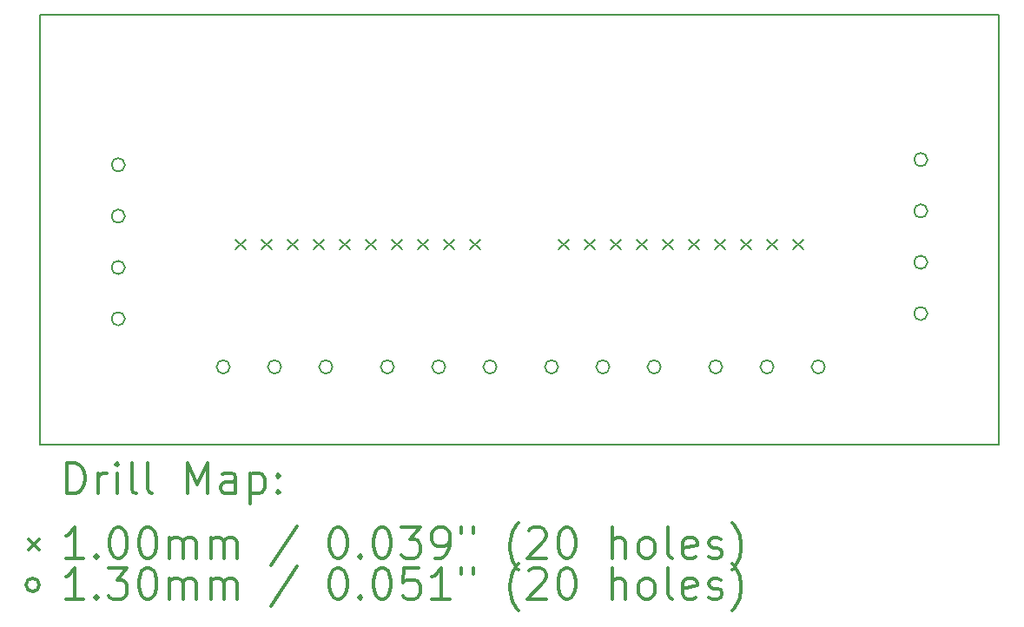
<source format=gbr>
%FSLAX45Y45*%
G04 Gerber Fmt 4.5, Leading zero omitted, Abs format (unit mm)*
G04 Created by KiCad (PCBNEW 4.0.6) date 08/18/17 12:25:05*
%MOMM*%
%LPD*%
G01*
G04 APERTURE LIST*
%ADD10C,0.127000*%
%ADD11C,0.150000*%
%ADD12C,0.200000*%
%ADD13C,0.300000*%
G04 APERTURE END LIST*
D10*
D11*
X13106400Y-6934200D02*
X13106400Y-11125200D01*
X22453600Y-6934200D02*
X13106400Y-6934200D01*
X22453600Y-11125200D02*
X22453600Y-6934200D01*
X13106400Y-11125200D02*
X22453600Y-11125200D01*
D12*
X15012162Y-9119362D02*
X15112238Y-9219438D01*
X15112238Y-9119362D02*
X15012162Y-9219438D01*
X15266162Y-9119362D02*
X15366238Y-9219438D01*
X15366238Y-9119362D02*
X15266162Y-9219438D01*
X15520162Y-9119362D02*
X15620238Y-9219438D01*
X15620238Y-9119362D02*
X15520162Y-9219438D01*
X15774162Y-9119362D02*
X15874238Y-9219438D01*
X15874238Y-9119362D02*
X15774162Y-9219438D01*
X16028162Y-9119362D02*
X16128238Y-9219438D01*
X16128238Y-9119362D02*
X16028162Y-9219438D01*
X16282162Y-9119362D02*
X16382238Y-9219438D01*
X16382238Y-9119362D02*
X16282162Y-9219438D01*
X16536162Y-9119362D02*
X16636238Y-9219438D01*
X16636238Y-9119362D02*
X16536162Y-9219438D01*
X16790162Y-9119362D02*
X16890238Y-9219438D01*
X16890238Y-9119362D02*
X16790162Y-9219438D01*
X17044162Y-9119362D02*
X17144238Y-9219438D01*
X17144238Y-9119362D02*
X17044162Y-9219438D01*
X17298162Y-9119362D02*
X17398238Y-9219438D01*
X17398238Y-9119362D02*
X17298162Y-9219438D01*
X18161762Y-9119362D02*
X18261838Y-9219438D01*
X18261838Y-9119362D02*
X18161762Y-9219438D01*
X18415762Y-9119362D02*
X18515838Y-9219438D01*
X18515838Y-9119362D02*
X18415762Y-9219438D01*
X18669762Y-9119362D02*
X18769838Y-9219438D01*
X18769838Y-9119362D02*
X18669762Y-9219438D01*
X18923762Y-9119362D02*
X19023838Y-9219438D01*
X19023838Y-9119362D02*
X18923762Y-9219438D01*
X19177762Y-9119362D02*
X19277838Y-9219438D01*
X19277838Y-9119362D02*
X19177762Y-9219438D01*
X19431762Y-9119362D02*
X19531838Y-9219438D01*
X19531838Y-9119362D02*
X19431762Y-9219438D01*
X19685762Y-9119362D02*
X19785838Y-9219438D01*
X19785838Y-9119362D02*
X19685762Y-9219438D01*
X19939762Y-9119362D02*
X20039838Y-9219438D01*
X20039838Y-9119362D02*
X19939762Y-9219438D01*
X20193762Y-9119362D02*
X20293838Y-9219438D01*
X20293838Y-9119362D02*
X20193762Y-9219438D01*
X20447762Y-9119362D02*
X20547838Y-9219438D01*
X20547838Y-9119362D02*
X20447762Y-9219438D01*
X13933400Y-8394000D02*
G75*
G03X13933400Y-8394000I-65000J0D01*
G01*
X13933400Y-8894000D02*
G75*
G03X13933400Y-8894000I-65000J0D01*
G01*
X13933400Y-9394000D02*
G75*
G03X13933400Y-9394000I-65000J0D01*
G01*
X13933400Y-9894000D02*
G75*
G03X13933400Y-9894000I-65000J0D01*
G01*
X14957400Y-10363200D02*
G75*
G03X14957400Y-10363200I-65000J0D01*
G01*
X15457400Y-10363200D02*
G75*
G03X15457400Y-10363200I-65000J0D01*
G01*
X15957400Y-10363200D02*
G75*
G03X15957400Y-10363200I-65000J0D01*
G01*
X16557600Y-10363200D02*
G75*
G03X16557600Y-10363200I-65000J0D01*
G01*
X17057600Y-10363200D02*
G75*
G03X17057600Y-10363200I-65000J0D01*
G01*
X17557600Y-10363200D02*
G75*
G03X17557600Y-10363200I-65000J0D01*
G01*
X18157800Y-10363200D02*
G75*
G03X18157800Y-10363200I-65000J0D01*
G01*
X18657800Y-10363200D02*
G75*
G03X18657800Y-10363200I-65000J0D01*
G01*
X19157800Y-10363200D02*
G75*
G03X19157800Y-10363200I-65000J0D01*
G01*
X19758000Y-10363200D02*
G75*
G03X19758000Y-10363200I-65000J0D01*
G01*
X20258000Y-10363200D02*
G75*
G03X20258000Y-10363200I-65000J0D01*
G01*
X20758000Y-10363200D02*
G75*
G03X20758000Y-10363200I-65000J0D01*
G01*
X21756600Y-8343200D02*
G75*
G03X21756600Y-8343200I-65000J0D01*
G01*
X21756600Y-8843200D02*
G75*
G03X21756600Y-8843200I-65000J0D01*
G01*
X21756600Y-9343200D02*
G75*
G03X21756600Y-9343200I-65000J0D01*
G01*
X21756600Y-9843200D02*
G75*
G03X21756600Y-9843200I-65000J0D01*
G01*
D13*
X13370328Y-11598414D02*
X13370328Y-11298414D01*
X13441757Y-11298414D01*
X13484614Y-11312700D01*
X13513186Y-11341271D01*
X13527471Y-11369843D01*
X13541757Y-11426986D01*
X13541757Y-11469843D01*
X13527471Y-11526986D01*
X13513186Y-11555557D01*
X13484614Y-11584129D01*
X13441757Y-11598414D01*
X13370328Y-11598414D01*
X13670328Y-11598414D02*
X13670328Y-11398414D01*
X13670328Y-11455557D02*
X13684614Y-11426986D01*
X13698900Y-11412700D01*
X13727471Y-11398414D01*
X13756043Y-11398414D01*
X13856043Y-11598414D02*
X13856043Y-11398414D01*
X13856043Y-11298414D02*
X13841757Y-11312700D01*
X13856043Y-11326986D01*
X13870328Y-11312700D01*
X13856043Y-11298414D01*
X13856043Y-11326986D01*
X14041757Y-11598414D02*
X14013186Y-11584129D01*
X13998900Y-11555557D01*
X13998900Y-11298414D01*
X14198900Y-11598414D02*
X14170328Y-11584129D01*
X14156043Y-11555557D01*
X14156043Y-11298414D01*
X14541757Y-11598414D02*
X14541757Y-11298414D01*
X14641757Y-11512700D01*
X14741757Y-11298414D01*
X14741757Y-11598414D01*
X15013186Y-11598414D02*
X15013186Y-11441271D01*
X14998900Y-11412700D01*
X14970328Y-11398414D01*
X14913186Y-11398414D01*
X14884614Y-11412700D01*
X15013186Y-11584129D02*
X14984614Y-11598414D01*
X14913186Y-11598414D01*
X14884614Y-11584129D01*
X14870328Y-11555557D01*
X14870328Y-11526986D01*
X14884614Y-11498414D01*
X14913186Y-11484129D01*
X14984614Y-11484129D01*
X15013186Y-11469843D01*
X15156043Y-11398414D02*
X15156043Y-11698414D01*
X15156043Y-11412700D02*
X15184614Y-11398414D01*
X15241757Y-11398414D01*
X15270328Y-11412700D01*
X15284614Y-11426986D01*
X15298900Y-11455557D01*
X15298900Y-11541271D01*
X15284614Y-11569843D01*
X15270328Y-11584129D01*
X15241757Y-11598414D01*
X15184614Y-11598414D01*
X15156043Y-11584129D01*
X15427471Y-11569843D02*
X15441757Y-11584129D01*
X15427471Y-11598414D01*
X15413186Y-11584129D01*
X15427471Y-11569843D01*
X15427471Y-11598414D01*
X15427471Y-11412700D02*
X15441757Y-11426986D01*
X15427471Y-11441271D01*
X15413186Y-11426986D01*
X15427471Y-11412700D01*
X15427471Y-11441271D01*
X12998824Y-12042662D02*
X13098900Y-12142738D01*
X13098900Y-12042662D02*
X12998824Y-12142738D01*
X13527471Y-12228414D02*
X13356043Y-12228414D01*
X13441757Y-12228414D02*
X13441757Y-11928414D01*
X13413186Y-11971271D01*
X13384614Y-11999843D01*
X13356043Y-12014129D01*
X13656043Y-12199843D02*
X13670328Y-12214129D01*
X13656043Y-12228414D01*
X13641757Y-12214129D01*
X13656043Y-12199843D01*
X13656043Y-12228414D01*
X13856043Y-11928414D02*
X13884614Y-11928414D01*
X13913186Y-11942700D01*
X13927471Y-11956986D01*
X13941757Y-11985557D01*
X13956043Y-12042700D01*
X13956043Y-12114129D01*
X13941757Y-12171271D01*
X13927471Y-12199843D01*
X13913186Y-12214129D01*
X13884614Y-12228414D01*
X13856043Y-12228414D01*
X13827471Y-12214129D01*
X13813186Y-12199843D01*
X13798900Y-12171271D01*
X13784614Y-12114129D01*
X13784614Y-12042700D01*
X13798900Y-11985557D01*
X13813186Y-11956986D01*
X13827471Y-11942700D01*
X13856043Y-11928414D01*
X14141757Y-11928414D02*
X14170328Y-11928414D01*
X14198900Y-11942700D01*
X14213186Y-11956986D01*
X14227471Y-11985557D01*
X14241757Y-12042700D01*
X14241757Y-12114129D01*
X14227471Y-12171271D01*
X14213186Y-12199843D01*
X14198900Y-12214129D01*
X14170328Y-12228414D01*
X14141757Y-12228414D01*
X14113186Y-12214129D01*
X14098900Y-12199843D01*
X14084614Y-12171271D01*
X14070328Y-12114129D01*
X14070328Y-12042700D01*
X14084614Y-11985557D01*
X14098900Y-11956986D01*
X14113186Y-11942700D01*
X14141757Y-11928414D01*
X14370328Y-12228414D02*
X14370328Y-12028414D01*
X14370328Y-12056986D02*
X14384614Y-12042700D01*
X14413186Y-12028414D01*
X14456043Y-12028414D01*
X14484614Y-12042700D01*
X14498900Y-12071271D01*
X14498900Y-12228414D01*
X14498900Y-12071271D02*
X14513186Y-12042700D01*
X14541757Y-12028414D01*
X14584614Y-12028414D01*
X14613186Y-12042700D01*
X14627471Y-12071271D01*
X14627471Y-12228414D01*
X14770328Y-12228414D02*
X14770328Y-12028414D01*
X14770328Y-12056986D02*
X14784614Y-12042700D01*
X14813186Y-12028414D01*
X14856043Y-12028414D01*
X14884614Y-12042700D01*
X14898900Y-12071271D01*
X14898900Y-12228414D01*
X14898900Y-12071271D02*
X14913186Y-12042700D01*
X14941757Y-12028414D01*
X14984614Y-12028414D01*
X15013186Y-12042700D01*
X15027471Y-12071271D01*
X15027471Y-12228414D01*
X15613186Y-11914129D02*
X15356043Y-12299843D01*
X15998900Y-11928414D02*
X16027471Y-11928414D01*
X16056043Y-11942700D01*
X16070328Y-11956986D01*
X16084614Y-11985557D01*
X16098900Y-12042700D01*
X16098900Y-12114129D01*
X16084614Y-12171271D01*
X16070328Y-12199843D01*
X16056043Y-12214129D01*
X16027471Y-12228414D01*
X15998900Y-12228414D01*
X15970328Y-12214129D01*
X15956043Y-12199843D01*
X15941757Y-12171271D01*
X15927471Y-12114129D01*
X15927471Y-12042700D01*
X15941757Y-11985557D01*
X15956043Y-11956986D01*
X15970328Y-11942700D01*
X15998900Y-11928414D01*
X16227471Y-12199843D02*
X16241757Y-12214129D01*
X16227471Y-12228414D01*
X16213186Y-12214129D01*
X16227471Y-12199843D01*
X16227471Y-12228414D01*
X16427471Y-11928414D02*
X16456043Y-11928414D01*
X16484614Y-11942700D01*
X16498900Y-11956986D01*
X16513185Y-11985557D01*
X16527471Y-12042700D01*
X16527471Y-12114129D01*
X16513185Y-12171271D01*
X16498900Y-12199843D01*
X16484614Y-12214129D01*
X16456043Y-12228414D01*
X16427471Y-12228414D01*
X16398900Y-12214129D01*
X16384614Y-12199843D01*
X16370328Y-12171271D01*
X16356043Y-12114129D01*
X16356043Y-12042700D01*
X16370328Y-11985557D01*
X16384614Y-11956986D01*
X16398900Y-11942700D01*
X16427471Y-11928414D01*
X16627471Y-11928414D02*
X16813186Y-11928414D01*
X16713185Y-12042700D01*
X16756043Y-12042700D01*
X16784614Y-12056986D01*
X16798900Y-12071271D01*
X16813186Y-12099843D01*
X16813186Y-12171271D01*
X16798900Y-12199843D01*
X16784614Y-12214129D01*
X16756043Y-12228414D01*
X16670328Y-12228414D01*
X16641757Y-12214129D01*
X16627471Y-12199843D01*
X16956043Y-12228414D02*
X17013186Y-12228414D01*
X17041757Y-12214129D01*
X17056043Y-12199843D01*
X17084614Y-12156986D01*
X17098900Y-12099843D01*
X17098900Y-11985557D01*
X17084614Y-11956986D01*
X17070328Y-11942700D01*
X17041757Y-11928414D01*
X16984614Y-11928414D01*
X16956043Y-11942700D01*
X16941757Y-11956986D01*
X16927471Y-11985557D01*
X16927471Y-12056986D01*
X16941757Y-12085557D01*
X16956043Y-12099843D01*
X16984614Y-12114129D01*
X17041757Y-12114129D01*
X17070328Y-12099843D01*
X17084614Y-12085557D01*
X17098900Y-12056986D01*
X17213186Y-11928414D02*
X17213186Y-11985557D01*
X17327471Y-11928414D02*
X17327471Y-11985557D01*
X17770328Y-12342700D02*
X17756043Y-12328414D01*
X17727471Y-12285557D01*
X17713186Y-12256986D01*
X17698900Y-12214129D01*
X17684614Y-12142700D01*
X17684614Y-12085557D01*
X17698900Y-12014129D01*
X17713186Y-11971271D01*
X17727471Y-11942700D01*
X17756043Y-11899843D01*
X17770328Y-11885557D01*
X17870328Y-11956986D02*
X17884614Y-11942700D01*
X17913186Y-11928414D01*
X17984614Y-11928414D01*
X18013186Y-11942700D01*
X18027471Y-11956986D01*
X18041757Y-11985557D01*
X18041757Y-12014129D01*
X18027471Y-12056986D01*
X17856043Y-12228414D01*
X18041757Y-12228414D01*
X18227471Y-11928414D02*
X18256043Y-11928414D01*
X18284614Y-11942700D01*
X18298900Y-11956986D01*
X18313186Y-11985557D01*
X18327471Y-12042700D01*
X18327471Y-12114129D01*
X18313186Y-12171271D01*
X18298900Y-12199843D01*
X18284614Y-12214129D01*
X18256043Y-12228414D01*
X18227471Y-12228414D01*
X18198900Y-12214129D01*
X18184614Y-12199843D01*
X18170328Y-12171271D01*
X18156043Y-12114129D01*
X18156043Y-12042700D01*
X18170328Y-11985557D01*
X18184614Y-11956986D01*
X18198900Y-11942700D01*
X18227471Y-11928414D01*
X18684614Y-12228414D02*
X18684614Y-11928414D01*
X18813186Y-12228414D02*
X18813186Y-12071271D01*
X18798900Y-12042700D01*
X18770328Y-12028414D01*
X18727471Y-12028414D01*
X18698900Y-12042700D01*
X18684614Y-12056986D01*
X18998900Y-12228414D02*
X18970328Y-12214129D01*
X18956043Y-12199843D01*
X18941757Y-12171271D01*
X18941757Y-12085557D01*
X18956043Y-12056986D01*
X18970328Y-12042700D01*
X18998900Y-12028414D01*
X19041757Y-12028414D01*
X19070328Y-12042700D01*
X19084614Y-12056986D01*
X19098900Y-12085557D01*
X19098900Y-12171271D01*
X19084614Y-12199843D01*
X19070328Y-12214129D01*
X19041757Y-12228414D01*
X18998900Y-12228414D01*
X19270328Y-12228414D02*
X19241757Y-12214129D01*
X19227471Y-12185557D01*
X19227471Y-11928414D01*
X19498900Y-12214129D02*
X19470329Y-12228414D01*
X19413186Y-12228414D01*
X19384614Y-12214129D01*
X19370329Y-12185557D01*
X19370329Y-12071271D01*
X19384614Y-12042700D01*
X19413186Y-12028414D01*
X19470329Y-12028414D01*
X19498900Y-12042700D01*
X19513186Y-12071271D01*
X19513186Y-12099843D01*
X19370329Y-12128414D01*
X19627471Y-12214129D02*
X19656043Y-12228414D01*
X19713186Y-12228414D01*
X19741757Y-12214129D01*
X19756043Y-12185557D01*
X19756043Y-12171271D01*
X19741757Y-12142700D01*
X19713186Y-12128414D01*
X19670329Y-12128414D01*
X19641757Y-12114129D01*
X19627471Y-12085557D01*
X19627471Y-12071271D01*
X19641757Y-12042700D01*
X19670329Y-12028414D01*
X19713186Y-12028414D01*
X19741757Y-12042700D01*
X19856043Y-12342700D02*
X19870329Y-12328414D01*
X19898900Y-12285557D01*
X19913186Y-12256986D01*
X19927471Y-12214129D01*
X19941757Y-12142700D01*
X19941757Y-12085557D01*
X19927471Y-12014129D01*
X19913186Y-11971271D01*
X19898900Y-11942700D01*
X19870329Y-11899843D01*
X19856043Y-11885557D01*
X13098900Y-12488700D02*
G75*
G03X13098900Y-12488700I-65000J0D01*
G01*
X13527471Y-12624414D02*
X13356043Y-12624414D01*
X13441757Y-12624414D02*
X13441757Y-12324414D01*
X13413186Y-12367271D01*
X13384614Y-12395843D01*
X13356043Y-12410129D01*
X13656043Y-12595843D02*
X13670328Y-12610129D01*
X13656043Y-12624414D01*
X13641757Y-12610129D01*
X13656043Y-12595843D01*
X13656043Y-12624414D01*
X13770328Y-12324414D02*
X13956043Y-12324414D01*
X13856043Y-12438700D01*
X13898900Y-12438700D01*
X13927471Y-12452986D01*
X13941757Y-12467271D01*
X13956043Y-12495843D01*
X13956043Y-12567271D01*
X13941757Y-12595843D01*
X13927471Y-12610129D01*
X13898900Y-12624414D01*
X13813186Y-12624414D01*
X13784614Y-12610129D01*
X13770328Y-12595843D01*
X14141757Y-12324414D02*
X14170328Y-12324414D01*
X14198900Y-12338700D01*
X14213186Y-12352986D01*
X14227471Y-12381557D01*
X14241757Y-12438700D01*
X14241757Y-12510129D01*
X14227471Y-12567271D01*
X14213186Y-12595843D01*
X14198900Y-12610129D01*
X14170328Y-12624414D01*
X14141757Y-12624414D01*
X14113186Y-12610129D01*
X14098900Y-12595843D01*
X14084614Y-12567271D01*
X14070328Y-12510129D01*
X14070328Y-12438700D01*
X14084614Y-12381557D01*
X14098900Y-12352986D01*
X14113186Y-12338700D01*
X14141757Y-12324414D01*
X14370328Y-12624414D02*
X14370328Y-12424414D01*
X14370328Y-12452986D02*
X14384614Y-12438700D01*
X14413186Y-12424414D01*
X14456043Y-12424414D01*
X14484614Y-12438700D01*
X14498900Y-12467271D01*
X14498900Y-12624414D01*
X14498900Y-12467271D02*
X14513186Y-12438700D01*
X14541757Y-12424414D01*
X14584614Y-12424414D01*
X14613186Y-12438700D01*
X14627471Y-12467271D01*
X14627471Y-12624414D01*
X14770328Y-12624414D02*
X14770328Y-12424414D01*
X14770328Y-12452986D02*
X14784614Y-12438700D01*
X14813186Y-12424414D01*
X14856043Y-12424414D01*
X14884614Y-12438700D01*
X14898900Y-12467271D01*
X14898900Y-12624414D01*
X14898900Y-12467271D02*
X14913186Y-12438700D01*
X14941757Y-12424414D01*
X14984614Y-12424414D01*
X15013186Y-12438700D01*
X15027471Y-12467271D01*
X15027471Y-12624414D01*
X15613186Y-12310129D02*
X15356043Y-12695843D01*
X15998900Y-12324414D02*
X16027471Y-12324414D01*
X16056043Y-12338700D01*
X16070328Y-12352986D01*
X16084614Y-12381557D01*
X16098900Y-12438700D01*
X16098900Y-12510129D01*
X16084614Y-12567271D01*
X16070328Y-12595843D01*
X16056043Y-12610129D01*
X16027471Y-12624414D01*
X15998900Y-12624414D01*
X15970328Y-12610129D01*
X15956043Y-12595843D01*
X15941757Y-12567271D01*
X15927471Y-12510129D01*
X15927471Y-12438700D01*
X15941757Y-12381557D01*
X15956043Y-12352986D01*
X15970328Y-12338700D01*
X15998900Y-12324414D01*
X16227471Y-12595843D02*
X16241757Y-12610129D01*
X16227471Y-12624414D01*
X16213186Y-12610129D01*
X16227471Y-12595843D01*
X16227471Y-12624414D01*
X16427471Y-12324414D02*
X16456043Y-12324414D01*
X16484614Y-12338700D01*
X16498900Y-12352986D01*
X16513185Y-12381557D01*
X16527471Y-12438700D01*
X16527471Y-12510129D01*
X16513185Y-12567271D01*
X16498900Y-12595843D01*
X16484614Y-12610129D01*
X16456043Y-12624414D01*
X16427471Y-12624414D01*
X16398900Y-12610129D01*
X16384614Y-12595843D01*
X16370328Y-12567271D01*
X16356043Y-12510129D01*
X16356043Y-12438700D01*
X16370328Y-12381557D01*
X16384614Y-12352986D01*
X16398900Y-12338700D01*
X16427471Y-12324414D01*
X16798900Y-12324414D02*
X16656043Y-12324414D01*
X16641757Y-12467271D01*
X16656043Y-12452986D01*
X16684614Y-12438700D01*
X16756043Y-12438700D01*
X16784614Y-12452986D01*
X16798900Y-12467271D01*
X16813186Y-12495843D01*
X16813186Y-12567271D01*
X16798900Y-12595843D01*
X16784614Y-12610129D01*
X16756043Y-12624414D01*
X16684614Y-12624414D01*
X16656043Y-12610129D01*
X16641757Y-12595843D01*
X17098900Y-12624414D02*
X16927471Y-12624414D01*
X17013186Y-12624414D02*
X17013186Y-12324414D01*
X16984614Y-12367271D01*
X16956043Y-12395843D01*
X16927471Y-12410129D01*
X17213186Y-12324414D02*
X17213186Y-12381557D01*
X17327471Y-12324414D02*
X17327471Y-12381557D01*
X17770328Y-12738700D02*
X17756043Y-12724414D01*
X17727471Y-12681557D01*
X17713186Y-12652986D01*
X17698900Y-12610129D01*
X17684614Y-12538700D01*
X17684614Y-12481557D01*
X17698900Y-12410129D01*
X17713186Y-12367271D01*
X17727471Y-12338700D01*
X17756043Y-12295843D01*
X17770328Y-12281557D01*
X17870328Y-12352986D02*
X17884614Y-12338700D01*
X17913186Y-12324414D01*
X17984614Y-12324414D01*
X18013186Y-12338700D01*
X18027471Y-12352986D01*
X18041757Y-12381557D01*
X18041757Y-12410129D01*
X18027471Y-12452986D01*
X17856043Y-12624414D01*
X18041757Y-12624414D01*
X18227471Y-12324414D02*
X18256043Y-12324414D01*
X18284614Y-12338700D01*
X18298900Y-12352986D01*
X18313186Y-12381557D01*
X18327471Y-12438700D01*
X18327471Y-12510129D01*
X18313186Y-12567271D01*
X18298900Y-12595843D01*
X18284614Y-12610129D01*
X18256043Y-12624414D01*
X18227471Y-12624414D01*
X18198900Y-12610129D01*
X18184614Y-12595843D01*
X18170328Y-12567271D01*
X18156043Y-12510129D01*
X18156043Y-12438700D01*
X18170328Y-12381557D01*
X18184614Y-12352986D01*
X18198900Y-12338700D01*
X18227471Y-12324414D01*
X18684614Y-12624414D02*
X18684614Y-12324414D01*
X18813186Y-12624414D02*
X18813186Y-12467271D01*
X18798900Y-12438700D01*
X18770328Y-12424414D01*
X18727471Y-12424414D01*
X18698900Y-12438700D01*
X18684614Y-12452986D01*
X18998900Y-12624414D02*
X18970328Y-12610129D01*
X18956043Y-12595843D01*
X18941757Y-12567271D01*
X18941757Y-12481557D01*
X18956043Y-12452986D01*
X18970328Y-12438700D01*
X18998900Y-12424414D01*
X19041757Y-12424414D01*
X19070328Y-12438700D01*
X19084614Y-12452986D01*
X19098900Y-12481557D01*
X19098900Y-12567271D01*
X19084614Y-12595843D01*
X19070328Y-12610129D01*
X19041757Y-12624414D01*
X18998900Y-12624414D01*
X19270328Y-12624414D02*
X19241757Y-12610129D01*
X19227471Y-12581557D01*
X19227471Y-12324414D01*
X19498900Y-12610129D02*
X19470329Y-12624414D01*
X19413186Y-12624414D01*
X19384614Y-12610129D01*
X19370329Y-12581557D01*
X19370329Y-12467271D01*
X19384614Y-12438700D01*
X19413186Y-12424414D01*
X19470329Y-12424414D01*
X19498900Y-12438700D01*
X19513186Y-12467271D01*
X19513186Y-12495843D01*
X19370329Y-12524414D01*
X19627471Y-12610129D02*
X19656043Y-12624414D01*
X19713186Y-12624414D01*
X19741757Y-12610129D01*
X19756043Y-12581557D01*
X19756043Y-12567271D01*
X19741757Y-12538700D01*
X19713186Y-12524414D01*
X19670329Y-12524414D01*
X19641757Y-12510129D01*
X19627471Y-12481557D01*
X19627471Y-12467271D01*
X19641757Y-12438700D01*
X19670329Y-12424414D01*
X19713186Y-12424414D01*
X19741757Y-12438700D01*
X19856043Y-12738700D02*
X19870329Y-12724414D01*
X19898900Y-12681557D01*
X19913186Y-12652986D01*
X19927471Y-12610129D01*
X19941757Y-12538700D01*
X19941757Y-12481557D01*
X19927471Y-12410129D01*
X19913186Y-12367271D01*
X19898900Y-12338700D01*
X19870329Y-12295843D01*
X19856043Y-12281557D01*
M02*

</source>
